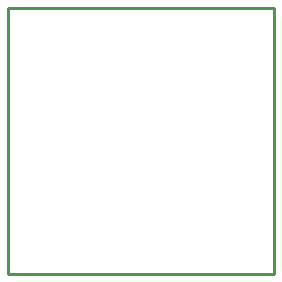
<source format=gm1>
G04 Layer_Color=16711935*
%FSLAX44Y44*%
%MOMM*%
G71*
G01*
G75*
%ADD23C,0.2540*%
D23*
X0Y0D02*
Y225044D01*
X225044D01*
Y0D02*
Y225044D01*
X0Y0D02*
X225044D01*
M02*

</source>
